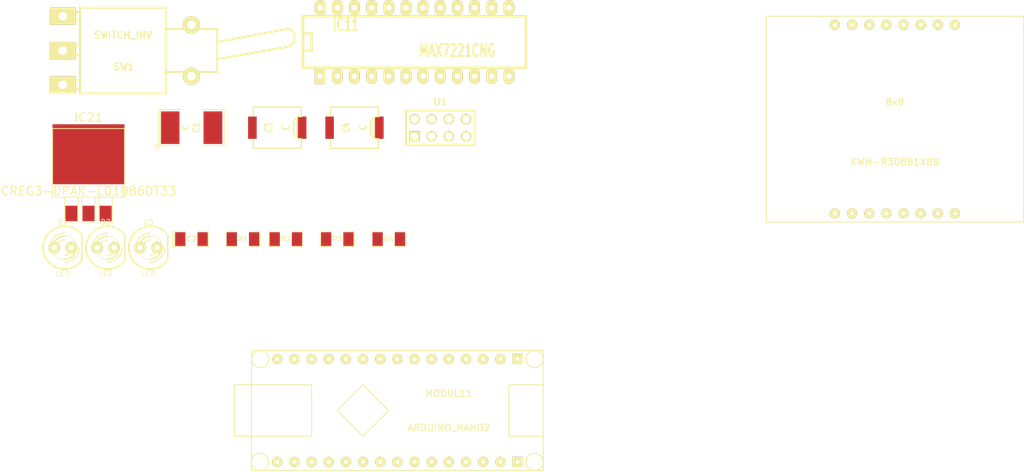
<source format=kicad_pcb>
(kicad_pcb (version 3) (host pcbnew "(2013-07-07 BZR 4022)-stable")

  (general
    (links 38)
    (no_connects 38)
    (area 0 0 0 0)
    (thickness 1.6)
    (drawings 0)
    (tracks 0)
    (zones 0)
    (modules 17)
    (nets 34)
  )

  (page A3)
  (layers
    (15 F.Cu signal)
    (0 B.Cu signal)
    (16 B.Adhes user)
    (17 F.Adhes user)
    (18 B.Paste user)
    (19 F.Paste user)
    (20 B.SilkS user)
    (21 F.SilkS user)
    (22 B.Mask user)
    (23 F.Mask user)
    (24 Dwgs.User user)
    (25 Cmts.User user)
    (26 Eco1.User user)
    (27 Eco2.User user)
    (28 Edge.Cuts user)
  )

  (setup
    (last_trace_width 0.254)
    (trace_clearance 0.254)
    (zone_clearance 0.508)
    (zone_45_only no)
    (trace_min 0.254)
    (segment_width 0.2)
    (edge_width 0.1)
    (via_size 0.889)
    (via_drill 0.635)
    (via_min_size 0.889)
    (via_min_drill 0.508)
    (uvia_size 0.508)
    (uvia_drill 0.127)
    (uvias_allowed no)
    (uvia_min_size 0.508)
    (uvia_min_drill 0.127)
    (pcb_text_width 0.3)
    (pcb_text_size 1.5 1.5)
    (mod_edge_width 0.15)
    (mod_text_size 1 1)
    (mod_text_width 0.15)
    (pad_size 1.5 1.5)
    (pad_drill 0.6)
    (pad_to_mask_clearance 0)
    (aux_axis_origin 0 0)
    (visible_elements 7FFFFFFF)
    (pcbplotparams
      (layerselection 3178497)
      (usegerberextensions true)
      (excludeedgelayer true)
      (linewidth 0.150000)
      (plotframeref false)
      (viasonmask false)
      (mode 1)
      (useauxorigin false)
      (hpglpennumber 1)
      (hpglpenspeed 20)
      (hpglpendiameter 15)
      (hpglpenoverlay 2)
      (psnegative false)
      (psa4output false)
      (plotreference true)
      (plotvalue true)
      (plotothertext true)
      (plotinvisibletext false)
      (padsonsilk false)
      (subtractmaskfromsilk false)
      (outputformat 1)
      (mirror false)
      (drillshape 1)
      (scaleselection 1)
      (outputdirectory ""))
  )

  (net 0 "")
  (net 1 +5V)
  (net 2 +BATT)
  (net 3 N-0000013)
  (net 4 N-0000014)
  (net 5 N-0000015)
  (net 6 N-0000016)
  (net 7 N-0000017)
  (net 8 N-0000018)
  (net 9 N-0000019)
  (net 10 N-000002)
  (net 11 N-0000020)
  (net 12 N-0000021)
  (net 13 N-0000022)
  (net 14 N-0000023)
  (net 15 N-0000024)
  (net 16 N-0000025)
  (net 17 N-0000026)
  (net 18 N-0000027)
  (net 19 N-0000029)
  (net 20 N-0000031)
  (net 21 N-0000039)
  (net 22 N-000004)
  (net 23 N-0000041)
  (net 24 N-0000044)
  (net 25 N-0000047)
  (net 26 N-0000048)
  (net 27 N-0000049)
  (net 28 N-000005)
  (net 29 N-0000050)
  (net 30 N-000007)
  (net 31 N-000008)
  (net 32 N-000009)
  (net 33 VCC)

  (net_class Default "This is the default net class."
    (clearance 0.254)
    (trace_width 0.254)
    (via_dia 0.889)
    (via_drill 0.635)
    (uvia_dia 0.508)
    (uvia_drill 0.127)
    (add_net "")
    (add_net +5V)
    (add_net +BATT)
    (add_net N-0000013)
    (add_net N-0000014)
    (add_net N-0000015)
    (add_net N-0000016)
    (add_net N-0000017)
    (add_net N-0000018)
    (add_net N-0000019)
    (add_net N-000002)
    (add_net N-0000020)
    (add_net N-0000021)
    (add_net N-0000022)
    (add_net N-0000023)
    (add_net N-0000024)
    (add_net N-0000025)
    (add_net N-0000026)
    (add_net N-0000027)
    (add_net N-0000029)
    (add_net N-0000031)
    (add_net N-0000039)
    (add_net N-000004)
    (add_net N-0000041)
    (add_net N-0000044)
    (add_net N-0000047)
    (add_net N-0000048)
    (add_net N-0000049)
    (add_net N-000005)
    (add_net N-0000050)
    (add_net N-000007)
    (add_net N-000008)
    (add_net N-000009)
    (add_net VCC)
  )

  (module SW_SPDT (layer F.Cu) (tedit 4480057B) (tstamp 5554BDA9)
    (at 85.09 63.5)
    (descr "Switch inverseur")
    (tags "SWITCH DEV")
    (path /5554428C)
    (fp_text reference SW1 (at 9.017 2.413 180) (layer F.SilkS)
      (effects (font (size 1.016 1.016) (thickness 0.2032)))
    )
    (fp_text value SWITCH_INV (at 8.89 -2.286 180) (layer F.SilkS)
      (effects (font (size 1.016 1.016) (thickness 0.2032)))
    )
    (fp_line (start -1.27 -5.715) (end -1.27 -5.08) (layer F.SilkS) (width 0.3048))
    (fp_line (start -1.27 -5.08) (end -1.27 -4.445) (layer F.SilkS) (width 0.3048))
    (fp_line (start -1.27 -4.445) (end 2.54 -4.445) (layer F.SilkS) (width 0.3048))
    (fp_line (start -1.27 -5.715) (end 2.54 -5.715) (layer F.SilkS) (width 0.3048))
    (fp_line (start 2.54 -0.635) (end -1.27 -0.635) (layer F.SilkS) (width 0.3048))
    (fp_line (start -1.27 -0.635) (end -1.27 0.635) (layer F.SilkS) (width 0.3048))
    (fp_line (start -1.27 0.635) (end 2.54 0.635) (layer F.SilkS) (width 0.3048))
    (fp_line (start 2.54 4.445) (end -1.27 4.445) (layer F.SilkS) (width 0.3048))
    (fp_line (start -1.27 4.445) (end -1.27 5.715) (layer F.SilkS) (width 0.3048))
    (fp_line (start -1.27 5.715) (end 2.54 5.715) (layer F.SilkS) (width 0.3048))
    (fp_line (start 2.54 -6.35) (end 2.54 6.35) (layer F.SilkS) (width 0.3048))
    (fp_line (start 2.54 6.35) (end 15.24 6.35) (layer F.SilkS) (width 0.3048))
    (fp_line (start 15.24 6.35) (end 15.24 -6.35) (layer F.SilkS) (width 0.3048))
    (fp_line (start 15.24 -6.35) (end 2.54 -6.35) (layer F.SilkS) (width 0.3048))
    (fp_line (start 15.24 -3.175) (end 22.86 -3.175) (layer F.SilkS) (width 0.3048))
    (fp_line (start 22.86 -3.175) (end 22.86 3.175) (layer F.SilkS) (width 0.3048))
    (fp_line (start 22.86 3.175) (end 15.24 3.175) (layer F.SilkS) (width 0.3048))
    (fp_line (start 22.86 -1.27) (end 33.02 -3.175) (layer F.SilkS) (width 0.3048))
    (fp_line (start 33.02 -3.175) (end 33.655 -3.175) (layer F.SilkS) (width 0.3048))
    (fp_line (start 33.655 -3.175) (end 34.29 -2.54) (layer F.SilkS) (width 0.3048))
    (fp_line (start 34.29 -2.54) (end 34.29 -1.905) (layer F.SilkS) (width 0.3048))
    (fp_line (start 34.29 -1.905) (end 34.29 -1.27) (layer F.SilkS) (width 0.3048))
    (fp_line (start 34.29 -1.27) (end 33.655 -0.635) (layer F.SilkS) (width 0.3048))
    (fp_line (start 33.655 -0.635) (end 22.86 1.27) (layer F.SilkS) (width 0.3048))
    (pad 2 thru_hole rect (at 0 0) (size 3.81 2.54) (drill 1.27)
      (layers *.Cu *.Mask F.SilkS)
      (net 2 +BATT)
    )
    (pad 1 thru_hole rect (at 0 -5.08) (size 3.81 2.54) (drill 1.27)
      (layers *.Cu *.Mask F.SilkS)
      (net 1 +5V)
    )
    (pad 3 thru_hole rect (at 0 5.08) (size 3.81 2.54) (drill 1.27)
      (layers *.Cu *.Mask F.SilkS)
    )
    (pad H1 thru_hole circle (at 19.05 -3.81) (size 2.54 2.54) (drill 1.27)
      (layers *.Cu *.Mask F.SilkS)
    )
    (pad H2 thru_hole circle (at 19.05 3.81) (size 2.54 2.54) (drill 1.27)
      (layers *.Cu *.Mask F.SilkS)
    )
  )

  (module SMD403 (layer F.Cu) (tedit 3DD3AEE0) (tstamp 5554BDBB)
    (at 116.84 74.93)
    (path /555440AD)
    (attr smd)
    (fp_text reference C3 (at -1.26492 0 90) (layer F.SilkS)
      (effects (font (size 1.016 0.762) (thickness 0.2032)))
    )
    (fp_text value C (at 1.27 0 90) (layer F.SilkS)
      (effects (font (size 1.016 0.762) (thickness 0.2032)))
    )
    (fp_line (start 2.921 -1.524) (end 2.921 1.524) (layer F.SilkS) (width 0.2032))
    (fp_line (start 3.556 -1.651) (end 3.556 -3.048) (layer F.SilkS) (width 0.2032))
    (fp_line (start 3.556 3.048) (end 3.556 1.651) (layer F.SilkS) (width 0.2032))
    (fp_line (start -3.556 3.048) (end -3.556 1.778) (layer F.SilkS) (width 0.2032))
    (fp_line (start -3.556 -3.048) (end -3.556 -1.778) (layer F.SilkS) (width 0.2032))
    (fp_line (start 3.556 1.651) (end 3.048 1.651) (layer F.SilkS) (width 0.2032))
    (fp_line (start 3.048 1.651) (end 2.413 1.016) (layer F.SilkS) (width 0.2032))
    (fp_line (start 2.413 1.016) (end 2.413 -1.016) (layer F.SilkS) (width 0.2032))
    (fp_line (start 3.556 -1.651) (end 3.048 -1.651) (layer F.SilkS) (width 0.2032))
    (fp_line (start 3.048 -1.651) (end 2.413 -1.016) (layer F.SilkS) (width 0.2032))
    (fp_line (start -3.556 -3.048) (end 3.556 -3.048) (layer F.SilkS) (width 0.2032))
    (fp_line (start 3.556 3.048) (end -3.556 3.048) (layer F.SilkS) (width 0.2032))
    (pad 1 smd rect (at -3.683 0) (size 1.27 3.302)
      (layers F.Cu F.Paste F.Mask)
      (net 1 +5V)
    )
    (pad 2 smd rect (at 3.683 0) (size 1.27 3.302)
      (layers F.Cu F.Paste F.Mask)
      (net 2 +BATT)
    )
    (model smd/chip_cms.wrl
      (at (xyz 0 0 0))
      (scale (xyz 0.3 0.3 0.3))
      (rotate (xyz 0 0 0))
    )
  )

  (module SMD403 (layer F.Cu) (tedit 3DD3AEE0) (tstamp 5554BDCD)
    (at 128.27 74.93)
    (path /555440BC)
    (attr smd)
    (fp_text reference C4 (at -1.26492 0 90) (layer F.SilkS)
      (effects (font (size 1.016 0.762) (thickness 0.2032)))
    )
    (fp_text value C (at 1.27 0 90) (layer F.SilkS)
      (effects (font (size 1.016 0.762) (thickness 0.2032)))
    )
    (fp_line (start 2.921 -1.524) (end 2.921 1.524) (layer F.SilkS) (width 0.2032))
    (fp_line (start 3.556 -1.651) (end 3.556 -3.048) (layer F.SilkS) (width 0.2032))
    (fp_line (start 3.556 3.048) (end 3.556 1.651) (layer F.SilkS) (width 0.2032))
    (fp_line (start -3.556 3.048) (end -3.556 1.778) (layer F.SilkS) (width 0.2032))
    (fp_line (start -3.556 -3.048) (end -3.556 -1.778) (layer F.SilkS) (width 0.2032))
    (fp_line (start 3.556 1.651) (end 3.048 1.651) (layer F.SilkS) (width 0.2032))
    (fp_line (start 3.048 1.651) (end 2.413 1.016) (layer F.SilkS) (width 0.2032))
    (fp_line (start 2.413 1.016) (end 2.413 -1.016) (layer F.SilkS) (width 0.2032))
    (fp_line (start 3.556 -1.651) (end 3.048 -1.651) (layer F.SilkS) (width 0.2032))
    (fp_line (start 3.048 -1.651) (end 2.413 -1.016) (layer F.SilkS) (width 0.2032))
    (fp_line (start -3.556 -3.048) (end 3.556 -3.048) (layer F.SilkS) (width 0.2032))
    (fp_line (start 3.556 3.048) (end -3.556 3.048) (layer F.SilkS) (width 0.2032))
    (pad 1 smd rect (at -3.683 0) (size 1.27 3.302)
      (layers F.Cu F.Paste F.Mask)
      (net 33 VCC)
    )
    (pad 2 smd rect (at 3.683 0) (size 1.27 3.302)
      (layers F.Cu F.Paste F.Mask)
      (net 2 +BATT)
    )
    (model smd/chip_cms.wrl
      (at (xyz 0 0 0))
      (scale (xyz 0.3 0.3 0.3))
      (rotate (xyz 0 0 0))
    )
  )

  (module SM2112L (layer F.Cu) (tedit 3D6A36A7) (tstamp 5554BDDB)
    (at 104.14 74.93)
    (path /55543CBF)
    (attr smd)
    (fp_text reference C1 (at 0.762 0 90) (layer F.SilkS)
      (effects (font (size 1.016 0.762) (thickness 0.2032)))
    )
    (fp_text value C (at -0.889 0 90) (layer F.SilkS)
      (effects (font (size 0.762 0.762) (thickness 0.2032)))
    )
    (fp_circle (center -5.08 2.794) (end -4.826 2.667) (layer F.SilkS) (width 0.127))
    (fp_line (start -4.572 -2.667) (end -4.572 2.667) (layer F.SilkS) (width 0.127))
    (fp_line (start -4.826 -2.667) (end -4.826 2.667) (layer F.SilkS) (width 0.127))
    (fp_line (start -1.524 2.667) (end -4.826 2.667) (layer F.SilkS) (width 0.127))
    (fp_line (start -1.524 -2.667) (end -4.826 -2.667) (layer F.SilkS) (width 0.127))
    (fp_line (start 1.524 -2.667) (end 4.826 -2.667) (layer F.SilkS) (width 0.127))
    (fp_line (start 4.826 -2.667) (end 4.826 2.667) (layer F.SilkS) (width 0.127))
    (fp_line (start 4.826 2.667) (end 1.524 2.667) (layer F.SilkS) (width 0.127))
    (pad 2 smd rect (at 3.175 0) (size 2.794 4.826)
      (layers F.Cu F.Paste F.Mask)
      (net 2 +BATT)
    )
    (pad 1 smd rect (at -3.175 0) (size 2.794 4.826)
      (layers F.Cu F.Paste F.Mask)
      (net 1 +5V)
    )
    (model smd/chip_cms.wrl
      (at (xyz 0 0 0))
      (scale (xyz 0.3 0.4 0.4))
      (rotate (xyz 0 0 0))
    )
  )

  (module SM1206POL (layer F.Cu) (tedit 42806E4C) (tstamp 5554BDEA)
    (at 104.14 91.44)
    (path /55543CE2)
    (attr smd)
    (fp_text reference C2 (at 0 0) (layer F.SilkS)
      (effects (font (size 0.762 0.762) (thickness 0.127)))
    )
    (fp_text value CAPAPOL (at 0 0) (layer F.SilkS) hide
      (effects (font (size 0.762 0.762) (thickness 0.127)))
    )
    (fp_line (start -2.54 -1.143) (end -2.794 -1.143) (layer F.SilkS) (width 0.127))
    (fp_line (start -2.794 -1.143) (end -2.794 1.143) (layer F.SilkS) (width 0.127))
    (fp_line (start -2.794 1.143) (end -2.54 1.143) (layer F.SilkS) (width 0.127))
    (fp_line (start -2.54 -1.143) (end -2.54 1.143) (layer F.SilkS) (width 0.127))
    (fp_line (start -2.54 1.143) (end -0.889 1.143) (layer F.SilkS) (width 0.127))
    (fp_line (start 0.889 -1.143) (end 2.54 -1.143) (layer F.SilkS) (width 0.127))
    (fp_line (start 2.54 -1.143) (end 2.54 1.143) (layer F.SilkS) (width 0.127))
    (fp_line (start 2.54 1.143) (end 0.889 1.143) (layer F.SilkS) (width 0.127))
    (fp_line (start -0.889 -1.143) (end -2.54 -1.143) (layer F.SilkS) (width 0.127))
    (pad 1 smd rect (at -1.651 0) (size 1.524 2.032)
      (layers F.Cu F.Paste F.Mask)
      (net 1 +5V)
    )
    (pad 2 smd rect (at 1.651 0) (size 1.524 2.032)
      (layers F.Cu F.Paste F.Mask)
      (net 2 +BATT)
    )
    (model smd/chip_cms_pol.wrl
      (at (xyz 0 0 0))
      (scale (xyz 0.17 0.16 0.16))
      (rotate (xyz 0 0 0))
    )
  )

  (module SM1206 (layer F.Cu) (tedit 42806E24) (tstamp 5554BDF6)
    (at 111.76 91.44)
    (path /55543CF1)
    (attr smd)
    (fp_text reference R1 (at 0 0) (layer F.SilkS)
      (effects (font (size 0.762 0.762) (thickness 0.127)))
    )
    (fp_text value R (at 0 0) (layer F.SilkS) hide
      (effects (font (size 0.762 0.762) (thickness 0.127)))
    )
    (fp_line (start -2.54 -1.143) (end -2.54 1.143) (layer F.SilkS) (width 0.127))
    (fp_line (start -2.54 1.143) (end -0.889 1.143) (layer F.SilkS) (width 0.127))
    (fp_line (start 0.889 -1.143) (end 2.54 -1.143) (layer F.SilkS) (width 0.127))
    (fp_line (start 2.54 -1.143) (end 2.54 1.143) (layer F.SilkS) (width 0.127))
    (fp_line (start 2.54 1.143) (end 0.889 1.143) (layer F.SilkS) (width 0.127))
    (fp_line (start -0.889 -1.143) (end -2.54 -1.143) (layer F.SilkS) (width 0.127))
    (pad 1 smd rect (at -1.651 0) (size 1.524 2.032)
      (layers F.Cu F.Paste F.Mask)
      (net 1 +5V)
    )
    (pad 2 smd rect (at 1.651 0) (size 1.524 2.032)
      (layers F.Cu F.Paste F.Mask)
      (net 21 N-0000039)
    )
    (model smd/chip_cms.wrl
      (at (xyz 0 0 0))
      (scale (xyz 0.17 0.16 0.16))
      (rotate (xyz 0 0 0))
    )
  )

  (module SM1206 (layer F.Cu) (tedit 42806E24) (tstamp 5554BE02)
    (at 118.11 91.44)
    (path /55543E64)
    (attr smd)
    (fp_text reference R2 (at 0 0) (layer F.SilkS)
      (effects (font (size 0.762 0.762) (thickness 0.127)))
    )
    (fp_text value R (at 0 0) (layer F.SilkS) hide
      (effects (font (size 0.762 0.762) (thickness 0.127)))
    )
    (fp_line (start -2.54 -1.143) (end -2.54 1.143) (layer F.SilkS) (width 0.127))
    (fp_line (start -2.54 1.143) (end -0.889 1.143) (layer F.SilkS) (width 0.127))
    (fp_line (start 0.889 -1.143) (end 2.54 -1.143) (layer F.SilkS) (width 0.127))
    (fp_line (start 2.54 -1.143) (end 2.54 1.143) (layer F.SilkS) (width 0.127))
    (fp_line (start 2.54 1.143) (end 0.889 1.143) (layer F.SilkS) (width 0.127))
    (fp_line (start -0.889 -1.143) (end -2.54 -1.143) (layer F.SilkS) (width 0.127))
    (pad 1 smd rect (at -1.651 0) (size 1.524 2.032)
      (layers F.Cu F.Paste F.Mask)
      (net 20 N-0000031)
    )
    (pad 2 smd rect (at 1.651 0) (size 1.524 2.032)
      (layers F.Cu F.Paste F.Mask)
      (net 25 N-0000047)
    )
    (model smd/chip_cms.wrl
      (at (xyz 0 0 0))
      (scale (xyz 0.17 0.16 0.16))
      (rotate (xyz 0 0 0))
    )
  )

  (module SM1206 (layer F.Cu) (tedit 42806E24) (tstamp 5554BE0E)
    (at 125.73 91.44)
    (path /55543E73)
    (attr smd)
    (fp_text reference R3 (at 0 0) (layer F.SilkS)
      (effects (font (size 0.762 0.762) (thickness 0.127)))
    )
    (fp_text value R (at 0 0) (layer F.SilkS) hide
      (effects (font (size 0.762 0.762) (thickness 0.127)))
    )
    (fp_line (start -2.54 -1.143) (end -2.54 1.143) (layer F.SilkS) (width 0.127))
    (fp_line (start -2.54 1.143) (end -0.889 1.143) (layer F.SilkS) (width 0.127))
    (fp_line (start 0.889 -1.143) (end 2.54 -1.143) (layer F.SilkS) (width 0.127))
    (fp_line (start 2.54 -1.143) (end 2.54 1.143) (layer F.SilkS) (width 0.127))
    (fp_line (start 2.54 1.143) (end 0.889 1.143) (layer F.SilkS) (width 0.127))
    (fp_line (start -0.889 -1.143) (end -2.54 -1.143) (layer F.SilkS) (width 0.127))
    (pad 1 smd rect (at -1.651 0) (size 1.524 2.032)
      (layers F.Cu F.Paste F.Mask)
      (net 19 N-0000029)
    )
    (pad 2 smd rect (at 1.651 0) (size 1.524 2.032)
      (layers F.Cu F.Paste F.Mask)
      (net 26 N-0000048)
    )
    (model smd/chip_cms.wrl
      (at (xyz 0 0 0))
      (scale (xyz 0.17 0.16 0.16))
      (rotate (xyz 0 0 0))
    )
  )

  (module SM1206 (layer F.Cu) (tedit 42806E24) (tstamp 5554BE1A)
    (at 133.35 91.44)
    (path /55543E82)
    (attr smd)
    (fp_text reference R4 (at 0 0) (layer F.SilkS)
      (effects (font (size 0.762 0.762) (thickness 0.127)))
    )
    (fp_text value R (at 0 0) (layer F.SilkS) hide
      (effects (font (size 0.762 0.762) (thickness 0.127)))
    )
    (fp_line (start -2.54 -1.143) (end -2.54 1.143) (layer F.SilkS) (width 0.127))
    (fp_line (start -2.54 1.143) (end -0.889 1.143) (layer F.SilkS) (width 0.127))
    (fp_line (start 0.889 -1.143) (end 2.54 -1.143) (layer F.SilkS) (width 0.127))
    (fp_line (start 2.54 -1.143) (end 2.54 1.143) (layer F.SilkS) (width 0.127))
    (fp_line (start 2.54 1.143) (end 0.889 1.143) (layer F.SilkS) (width 0.127))
    (fp_line (start -0.889 -1.143) (end -2.54 -1.143) (layer F.SilkS) (width 0.127))
    (pad 1 smd rect (at -1.651 0) (size 1.524 2.032)
      (layers F.Cu F.Paste F.Mask)
      (net 24 N-0000044)
    )
    (pad 2 smd rect (at 1.651 0) (size 1.524 2.032)
      (layers F.Cu F.Paste F.Mask)
      (net 27 N-0000049)
    )
    (model smd/chip_cms.wrl
      (at (xyz 0 0 0))
      (scale (xyz 0.17 0.16 0.16))
      (rotate (xyz 0 0 0))
    )
  )

  (module pin_array_4x2 (layer F.Cu) (tedit 3FAB90E6) (tstamp 5554BE2A)
    (at 140.97 74.93)
    (descr "Double rangee de contacts 2 x 4 pins")
    (tags CONN)
    (path /55544504)
    (fp_text reference U1 (at 0 -3.81) (layer F.SilkS)
      (effects (font (size 1.016 1.016) (thickness 0.2032)))
    )
    (fp_text value SV (at 0 3.81) (layer F.SilkS) hide
      (effects (font (size 1.016 1.016) (thickness 0.2032)))
    )
    (fp_line (start -5.08 -2.54) (end 5.08 -2.54) (layer F.SilkS) (width 0.3048))
    (fp_line (start 5.08 -2.54) (end 5.08 2.54) (layer F.SilkS) (width 0.3048))
    (fp_line (start 5.08 2.54) (end -5.08 2.54) (layer F.SilkS) (width 0.3048))
    (fp_line (start -5.08 2.54) (end -5.08 -2.54) (layer F.SilkS) (width 0.3048))
    (pad 1 thru_hole rect (at -3.81 1.27) (size 1.524 1.524) (drill 1.016)
      (layers *.Cu *.Mask F.SilkS)
      (net 2 +BATT)
    )
    (pad 2 thru_hole circle (at -3.81 -1.27) (size 1.524 1.524) (drill 1.016)
      (layers *.Cu *.Mask F.SilkS)
      (net 33 VCC)
    )
    (pad 3 thru_hole circle (at -1.27 1.27) (size 1.524 1.524) (drill 1.016)
      (layers *.Cu *.Mask F.SilkS)
      (net 32 N-000009)
    )
    (pad 4 thru_hole circle (at -1.27 -1.27) (size 1.524 1.524) (drill 1.016)
      (layers *.Cu *.Mask F.SilkS)
      (net 31 N-000008)
    )
    (pad 5 thru_hole circle (at 1.27 1.27) (size 1.524 1.524) (drill 1.016)
      (layers *.Cu *.Mask F.SilkS)
    )
    (pad 6 thru_hole circle (at 1.27 -1.27) (size 1.524 1.524) (drill 1.016)
      (layers *.Cu *.Mask F.SilkS)
    )
    (pad 7 thru_hole circle (at 3.81 1.27) (size 1.524 1.524) (drill 1.016)
      (layers *.Cu *.Mask F.SilkS)
      (net 10 N-000002)
    )
    (pad 8 thru_hole circle (at 3.81 -1.27) (size 1.524 1.524) (drill 1.016)
      (layers *.Cu *.Mask F.SilkS)
      (net 30 N-000007)
    )
    (model pin_array/pins_array_4x2.wrl
      (at (xyz 0 0 0))
      (scale (xyz 1 1 1))
      (rotate (xyz 0 0 0))
    )
  )

  (module LED-5MM (layer F.Cu) (tedit 50ADE86B) (tstamp 5554BE39)
    (at 85.09 92.71)
    (descr "LED 5mm - Lead pitch 100mil (2,54mm)")
    (tags "LED led 5mm 5MM 100mil 2,54mm")
    (path /55543F09)
    (fp_text reference D1 (at 0 -3.81) (layer F.SilkS)
      (effects (font (size 0.762 0.762) (thickness 0.0889)))
    )
    (fp_text value LED (at 0 3.81) (layer F.SilkS)
      (effects (font (size 0.762 0.762) (thickness 0.0889)))
    )
    (fp_line (start 2.8448 1.905) (end 2.8448 -1.905) (layer F.SilkS) (width 0.2032))
    (fp_circle (center 0.254 0) (end -1.016 1.27) (layer F.SilkS) (width 0.0762))
    (fp_arc (start 0.254 0) (end 2.794 1.905) (angle 286.2) (layer F.SilkS) (width 0.254))
    (fp_arc (start 0.254 0) (end -0.889 0) (angle 90) (layer F.SilkS) (width 0.1524))
    (fp_arc (start 0.254 0) (end 1.397 0) (angle 90) (layer F.SilkS) (width 0.1524))
    (fp_arc (start 0.254 0) (end -1.397 0) (angle 90) (layer F.SilkS) (width 0.1524))
    (fp_arc (start 0.254 0) (end 1.905 0) (angle 90) (layer F.SilkS) (width 0.1524))
    (fp_arc (start 0.254 0) (end -1.905 0) (angle 90) (layer F.SilkS) (width 0.1524))
    (fp_arc (start 0.254 0) (end 2.413 0) (angle 90) (layer F.SilkS) (width 0.1524))
    (pad 1 thru_hole circle (at -1.27 0) (size 1.6764 1.6764) (drill 0.8128)
      (layers *.Cu *.Mask F.SilkS)
      (net 27 N-0000049)
    )
    (pad 2 thru_hole circle (at 1.27 0) (size 1.6764 1.6764) (drill 0.8128)
      (layers *.Cu *.Mask F.SilkS)
      (net 2 +BATT)
    )
    (model discret/leds/led5_vertical_verde.wrl
      (at (xyz 0 0 0))
      (scale (xyz 1 1 1))
      (rotate (xyz 0 0 0))
    )
  )

  (module LED-5MM (layer F.Cu) (tedit 50ADE86B) (tstamp 5554BE48)
    (at 91.44 92.71)
    (descr "LED 5mm - Lead pitch 100mil (2,54mm)")
    (tags "LED led 5mm 5MM 100mil 2,54mm")
    (path /55543F18)
    (fp_text reference D2 (at 0 -3.81) (layer F.SilkS)
      (effects (font (size 0.762 0.762) (thickness 0.0889)))
    )
    (fp_text value LED (at 0 3.81) (layer F.SilkS)
      (effects (font (size 0.762 0.762) (thickness 0.0889)))
    )
    (fp_line (start 2.8448 1.905) (end 2.8448 -1.905) (layer F.SilkS) (width 0.2032))
    (fp_circle (center 0.254 0) (end -1.016 1.27) (layer F.SilkS) (width 0.0762))
    (fp_arc (start 0.254 0) (end 2.794 1.905) (angle 286.2) (layer F.SilkS) (width 0.254))
    (fp_arc (start 0.254 0) (end -0.889 0) (angle 90) (layer F.SilkS) (width 0.1524))
    (fp_arc (start 0.254 0) (end 1.397 0) (angle 90) (layer F.SilkS) (width 0.1524))
    (fp_arc (start 0.254 0) (end -1.397 0) (angle 90) (layer F.SilkS) (width 0.1524))
    (fp_arc (start 0.254 0) (end 1.905 0) (angle 90) (layer F.SilkS) (width 0.1524))
    (fp_arc (start 0.254 0) (end -1.905 0) (angle 90) (layer F.SilkS) (width 0.1524))
    (fp_arc (start 0.254 0) (end 2.413 0) (angle 90) (layer F.SilkS) (width 0.1524))
    (pad 1 thru_hole circle (at -1.27 0) (size 1.6764 1.6764) (drill 0.8128)
      (layers *.Cu *.Mask F.SilkS)
      (net 26 N-0000048)
    )
    (pad 2 thru_hole circle (at 1.27 0) (size 1.6764 1.6764) (drill 0.8128)
      (layers *.Cu *.Mask F.SilkS)
      (net 2 +BATT)
    )
    (model discret/leds/led5_vertical_verde.wrl
      (at (xyz 0 0 0))
      (scale (xyz 1 1 1))
      (rotate (xyz 0 0 0))
    )
  )

  (module LED-5MM (layer F.Cu) (tedit 50ADE86B) (tstamp 5554BE57)
    (at 97.79 92.71)
    (descr "LED 5mm - Lead pitch 100mil (2,54mm)")
    (tags "LED led 5mm 5MM 100mil 2,54mm")
    (path /55543F27)
    (fp_text reference D3 (at 0 -3.81) (layer F.SilkS)
      (effects (font (size 0.762 0.762) (thickness 0.0889)))
    )
    (fp_text value LED (at 0 3.81) (layer F.SilkS)
      (effects (font (size 0.762 0.762) (thickness 0.0889)))
    )
    (fp_line (start 2.8448 1.905) (end 2.8448 -1.905) (layer F.SilkS) (width 0.2032))
    (fp_circle (center 0.254 0) (end -1.016 1.27) (layer F.SilkS) (width 0.0762))
    (fp_arc (start 0.254 0) (end 2.794 1.905) (angle 286.2) (layer F.SilkS) (width 0.254))
    (fp_arc (start 0.254 0) (end -0.889 0) (angle 90) (layer F.SilkS) (width 0.1524))
    (fp_arc (start 0.254 0) (end 1.397 0) (angle 90) (layer F.SilkS) (width 0.1524))
    (fp_arc (start 0.254 0) (end -1.397 0) (angle 90) (layer F.SilkS) (width 0.1524))
    (fp_arc (start 0.254 0) (end 1.905 0) (angle 90) (layer F.SilkS) (width 0.1524))
    (fp_arc (start 0.254 0) (end -1.905 0) (angle 90) (layer F.SilkS) (width 0.1524))
    (fp_arc (start 0.254 0) (end 2.413 0) (angle 90) (layer F.SilkS) (width 0.1524))
    (pad 1 thru_hole circle (at -1.27 0) (size 1.6764 1.6764) (drill 0.8128)
      (layers *.Cu *.Mask F.SilkS)
      (net 25 N-0000047)
    )
    (pad 2 thru_hole circle (at 1.27 0) (size 1.6764 1.6764) (drill 0.8128)
      (layers *.Cu *.Mask F.SilkS)
      (net 2 +BATT)
    )
    (model discret/leds/led5_vertical_verde.wrl
      (at (xyz 0 0 0))
      (scale (xyz 1 1 1))
      (rotate (xyz 0 0 0))
    )
  )

  (module DPAK3 (layer F.Cu) (tedit 42808881) (tstamp 5554BE6C)
    (at 88.9 87.63)
    (tags "CMS DPACK")
    (path /55543CB0)
    (fp_text reference IC21 (at 0 -14.224) (layer F.SilkS)
      (effects (font (size 1.27 1.27) (thickness 0.1524)))
    )
    (fp_text value CREG3-DPAK-LD1086DT33 (at 0 -3.302) (layer F.SilkS)
      (effects (font (size 1.27 1.27) (thickness 0.1524)))
    )
    (fp_line (start 1.524 -2.413) (end 1.524 1.27) (layer F.SilkS) (width 0.127))
    (fp_line (start 1.524 1.27) (end 3.556 1.27) (layer F.SilkS) (width 0.127))
    (fp_line (start 3.556 1.27) (end 3.556 -2.413) (layer F.SilkS) (width 0.127))
    (fp_line (start -1.016 -2.413) (end -1.016 1.27) (layer F.SilkS) (width 0.127))
    (fp_line (start -1.016 1.27) (end 1.016 1.27) (layer F.SilkS) (width 0.127))
    (fp_line (start 1.016 1.27) (end 1.016 -2.413) (layer F.SilkS) (width 0.127))
    (fp_line (start -3.556 -2.413) (end -3.556 1.27) (layer F.SilkS) (width 0.127))
    (fp_line (start -3.556 1.27) (end -1.524 1.27) (layer F.SilkS) (width 0.127))
    (fp_line (start -1.524 1.27) (end -1.524 -2.413) (layer F.SilkS) (width 0.127))
    (fp_line (start -5.334 -2.413) (end 5.334 -2.413) (layer F.SilkS) (width 0.127))
    (fp_line (start 5.334 -2.413) (end 5.334 -12.573) (layer F.SilkS) (width 0.127))
    (fp_line (start 5.334 -12.573) (end -5.334 -12.573) (layer F.SilkS) (width 0.127))
    (fp_line (start -5.334 -12.573) (end -5.334 -2.413) (layer F.SilkS) (width 0.127))
    (pad 2 smd rect (at 0 -8.763) (size 10.668 8.89)
      (layers F.Cu F.Paste F.Mask)
    )
    (pad 2 smd rect (at 0 0) (size 1.778 2.286)
      (layers F.Cu F.Paste F.Mask)
    )
    (pad 1 smd rect (at -2.54 0) (size 1.778 2.286)
      (layers F.Cu F.Paste F.Mask)
      (net 1 +5V)
    )
    (pad 3 smd rect (at 2.54 0) (size 1.778 2.286)
      (layers F.Cu F.Paste F.Mask)
      (net 33 VCC)
    )
    (model smd/dpack_3.wrl
      (at (xyz 0 0 0))
      (scale (xyz 1 1 1))
      (rotate (xyz 0 0 0))
    )
  )

  (module DIP-24__400_ELL (layer F.Cu) (tedit 200000) (tstamp 5554BE8F)
    (at 137.16 62.23)
    (descr "24 pins DIL package, elliptical pads")
    (tags DIL)
    (path /55543C7E)
    (fp_text reference IC11 (at -10.16 -2.54) (layer F.SilkS)
      (effects (font (size 1.778 1.143) (thickness 0.3048)))
    )
    (fp_text value MAX7221CNG (at 6.35 1.27) (layer F.SilkS)
      (effects (font (size 1.778 1.143) (thickness 0.3048)))
    )
    (fp_line (start -16.51 -1.27) (end -15.24 -1.27) (layer F.SilkS) (width 0.381))
    (fp_line (start -15.24 -1.27) (end -15.24 1.27) (layer F.SilkS) (width 0.381))
    (fp_line (start -15.24 1.27) (end -16.51 1.27) (layer F.SilkS) (width 0.381))
    (fp_line (start -16.51 -3.81) (end 16.51 -3.81) (layer F.SilkS) (width 0.381))
    (fp_line (start 16.51 -3.81) (end 16.51 3.81) (layer F.SilkS) (width 0.381))
    (fp_line (start 16.51 3.81) (end -16.51 3.81) (layer F.SilkS) (width 0.381))
    (fp_line (start -16.51 3.81) (end -16.51 -3.81) (layer F.SilkS) (width 0.381))
    (pad 1 thru_hole rect (at -13.97 5.08) (size 1.5748 2.286) (drill 0.8128)
      (layers *.Cu *.Mask F.SilkS)
      (net 29 N-0000050)
    )
    (pad 2 thru_hole oval (at -11.43 5.08) (size 1.5748 2.286) (drill 0.8128)
      (layers *.Cu *.Mask F.SilkS)
      (net 28 N-000005)
    )
    (pad 3 thru_hole oval (at -8.89 5.08) (size 1.5748 2.286) (drill 0.8128)
      (layers *.Cu *.Mask F.SilkS)
      (net 8 N-0000018)
    )
    (pad 4 thru_hole oval (at -6.35 5.08) (size 1.5748 2.286) (drill 0.8128)
      (layers *.Cu *.Mask F.SilkS)
      (net 2 +BATT)
    )
    (pad 5 thru_hole oval (at -3.81 5.08) (size 1.5748 2.286) (drill 0.8128)
      (layers *.Cu *.Mask F.SilkS)
      (net 7 N-0000017)
    )
    (pad 6 thru_hole oval (at -1.27 5.08) (size 1.5748 2.286) (drill 0.8128)
      (layers *.Cu *.Mask F.SilkS)
      (net 15 N-0000024)
    )
    (pad 7 thru_hole oval (at 1.27 5.08) (size 1.5748 2.286) (drill 0.8128)
      (layers *.Cu *.Mask F.SilkS)
      (net 17 N-0000026)
    )
    (pad 8 thru_hole oval (at 3.81 5.08) (size 1.5748 2.286) (drill 0.8128)
      (layers *.Cu *.Mask F.SilkS)
      (net 4 N-0000014)
    )
    (pad 9 thru_hole oval (at 6.35 5.08) (size 1.5748 2.286) (drill 0.8128)
      (layers *.Cu *.Mask F.SilkS)
      (net 2 +BATT)
    )
    (pad 10 thru_hole oval (at 8.89 5.08) (size 1.5748 2.286) (drill 0.8128)
      (layers *.Cu *.Mask F.SilkS)
      (net 16 N-0000025)
    )
    (pad 11 thru_hole oval (at 11.43 5.08) (size 1.5748 2.286) (drill 0.8128)
      (layers *.Cu *.Mask F.SilkS)
      (net 22 N-000004)
    )
    (pad 12 thru_hole oval (at 13.97 5.08) (size 1.5748 2.286) (drill 0.8128)
      (layers *.Cu *.Mask F.SilkS)
      (net 23 N-0000041)
    )
    (pad 13 thru_hole oval (at 13.97 -5.08) (size 1.5748 2.286) (drill 0.8128)
      (layers *.Cu *.Mask F.SilkS)
      (net 18 N-0000027)
    )
    (pad 14 thru_hole oval (at 11.43 -5.08) (size 1.5748 2.286) (drill 0.8128)
      (layers *.Cu *.Mask F.SilkS)
      (net 6 N-0000016)
    )
    (pad 15 thru_hole oval (at 8.89 -5.08) (size 1.5748 2.286) (drill 0.8128)
      (layers *.Cu *.Mask F.SilkS)
      (net 9 N-0000019)
    )
    (pad 16 thru_hole oval (at 6.35 -5.08) (size 1.5748 2.286) (drill 0.8128)
      (layers *.Cu *.Mask F.SilkS)
      (net 5 N-0000015)
    )
    (pad 17 thru_hole oval (at 3.81 -5.08) (size 1.5748 2.286) (drill 0.8128)
      (layers *.Cu *.Mask F.SilkS)
      (net 14 N-0000023)
    )
    (pad 18 thru_hole oval (at 1.27 -5.08) (size 1.5748 2.286) (drill 0.8128)
      (layers *.Cu *.Mask F.SilkS)
      (net 21 N-0000039)
    )
    (pad 19 thru_hole oval (at -1.27 -5.08) (size 1.5748 2.286) (drill 0.8128)
      (layers *.Cu *.Mask F.SilkS)
      (net 1 +5V)
    )
    (pad 20 thru_hole oval (at -3.81 -5.08) (size 1.5748 2.286) (drill 0.8128)
      (layers *.Cu *.Mask F.SilkS)
      (net 13 N-0000022)
    )
    (pad 21 thru_hole oval (at -6.35 -5.08) (size 1.5748 2.286) (drill 0.8128)
      (layers *.Cu *.Mask F.SilkS)
      (net 3 N-0000013)
    )
    (pad 22 thru_hole oval (at -8.89 -5.08) (size 1.5748 2.286) (drill 0.8128)
      (layers *.Cu *.Mask F.SilkS)
      (net 11 N-0000020)
    )
    (pad 23 thru_hole oval (at -11.43 -5.08) (size 1.5748 2.286) (drill 0.8128)
      (layers *.Cu *.Mask F.SilkS)
      (net 12 N-0000021)
    )
    (pad 24 thru_hole oval (at -13.97 -5.08) (size 1.5748 2.286) (drill 0.8128)
      (layers *.Cu *.Mask F.SilkS)
    )
    (model dil/dil_24-w400.wrl
      (at (xyz 0 0 0))
      (scale (xyz 1 1 1))
      (rotate (xyz 0 0 0))
    )
  )

  (module KWM-R30881XBB (layer F.Cu) (tedit 5554E5CB) (tstamp 5555F0AA)
    (at 208.28 74.93)
    (path /55549965)
    (fp_text reference 8x8 (at 0 -3.81) (layer F.SilkS)
      (effects (font (size 1 1) (thickness 0.15)))
    )
    (fp_text value KWM-R30881XBB (at 0 5.08) (layer F.SilkS)
      (effects (font (size 1 1) (thickness 0.15)))
    )
    (fp_line (start -19.05 -16.51) (end 19.05 -16.51) (layer F.SilkS) (width 0.15))
    (fp_line (start 19.05 -16.51) (end 19.05 13.97) (layer F.SilkS) (width 0.15))
    (fp_line (start 19.05 13.97) (end -19.05 13.97) (layer F.SilkS) (width 0.15))
    (fp_line (start -19.05 13.97) (end -19.05 -16.51) (layer F.SilkS) (width 0.15))
    (pad 1 thru_hole circle (at -8.89 -15.24) (size 1.5 1.5) (drill 0.6)
      (layers *.Cu *.Mask F.SilkS)
      (net 8 N-0000018)
    )
    (pad 2 thru_hole circle (at -6.35 -15.24) (size 1.5 1.5) (drill 0.6)
      (layers *.Cu *.Mask F.SilkS)
      (net 7 N-0000017)
    )
    (pad 3 thru_hole circle (at -3.81 -15.24) (size 1.5 1.5) (drill 0.6)
      (layers *.Cu *.Mask F.SilkS)
      (net 6 N-0000016)
    )
    (pad 4 thru_hole circle (at -1.27 -15.24) (size 1.5 1.5) (drill 0.6)
      (layers *.Cu *.Mask F.SilkS)
      (net 5 N-0000015)
    )
    (pad 5 thru_hole circle (at 1.27 -15.24) (size 1.5 1.5) (drill 0.6)
      (layers *.Cu *.Mask F.SilkS)
      (net 4 N-0000014)
    )
    (pad 6 thru_hole circle (at 3.81 -15.24) (size 1.5 1.5) (drill 0.6)
      (layers *.Cu *.Mask F.SilkS)
      (net 12 N-0000021)
    )
    (pad 7 thru_hole circle (at 6.35 -15.24) (size 1.5 1.5) (drill 0.6)
      (layers *.Cu *.Mask F.SilkS)
      (net 16 N-0000025)
    )
    (pad 8 thru_hole circle (at 8.89 -15.24) (size 1.5 1.5) (drill 0.6)
      (layers *.Cu *.Mask F.SilkS)
      (net 15 N-0000024)
    )
    (pad 9 thru_hole circle (at 8.89 12.7) (size 1.5 1.5) (drill 0.6)
      (layers *.Cu *.Mask F.SilkS)
      (net 28 N-000005)
    )
    (pad 10 thru_hole circle (at 6.35 12.7) (size 1.5 1.5) (drill 0.6)
      (layers *.Cu *.Mask F.SilkS)
      (net 13 N-0000022)
    )
    (pad 11 thru_hole circle (at 3.81 12.7) (size 1.5 1.5) (drill 0.6)
      (layers *.Cu *.Mask F.SilkS)
      (net 3 N-0000013)
    )
    (pad 12 thru_hole circle (at 1.27 12.7) (size 1.5 1.5) (drill 0.6)
      (layers *.Cu *.Mask F.SilkS)
      (net 17 N-0000026)
    )
    (pad 13 thru_hole circle (at -1.27 12.7) (size 1.5 1.5) (drill 0.6)
      (layers *.Cu *.Mask F.SilkS)
      (net 11 N-0000020)
    )
    (pad 14 thru_hole circle (at -3.81 12.7) (size 1.5 1.5) (drill 0.6)
      (layers *.Cu *.Mask F.SilkS)
      (net 22 N-000004)
    )
    (pad 15 thru_hole circle (at -6.35 12.7) (size 1.5 1.5) (drill 0.6)
      (layers *.Cu *.Mask F.SilkS)
      (net 9 N-0000019)
    )
    (pad 16 thru_hole circle (at -8.89 12.7) (size 1.5 1.5) (drill 0.6)
      (layers *.Cu *.Mask F.SilkS)
      (net 14 N-0000023)
    )
  )

  (module ARDUINO_NANO2 (layer F.Cu) (tedit 5555E80B) (tstamp 55560ABF)
    (at 139.7 125.73)
    (path /55543C97)
    (fp_text reference MODUL11 (at 2.54 -11.43) (layer F.SilkS)
      (effects (font (size 1 1) (thickness 0.15)))
    )
    (fp_text value ARDUINO_NANO2 (at 2.54 -6.35) (layer F.SilkS)
      (effects (font (size 1 1) (thickness 0.15)))
    )
    (fp_line (start 16.51 -12.7) (end 11.43 -12.7) (layer F.SilkS) (width 0.15))
    (fp_line (start 11.43 -12.7) (end 11.43 -5.08) (layer F.SilkS) (width 0.15))
    (fp_line (start 11.43 -5.08) (end 16.51 -5.08) (layer F.SilkS) (width 0.15))
    (fp_line (start -13.97 -8.89) (end -10.16 -12.7) (layer F.SilkS) (width 0.15))
    (fp_line (start -10.16 -12.7) (end -6.35 -8.89) (layer F.SilkS) (width 0.15))
    (fp_line (start -6.35 -8.89) (end -10.16 -5.08) (layer F.SilkS) (width 0.15))
    (fp_line (start -10.16 -5.08) (end -13.97 -8.89) (layer F.SilkS) (width 0.15))
    (fp_line (start -29.21 -12.7) (end -17.78 -12.7) (layer F.SilkS) (width 0.15))
    (fp_line (start -17.78 -12.7) (end -17.78 -5.08) (layer F.SilkS) (width 0.15))
    (fp_line (start -17.78 -5.08) (end -29.21 -5.08) (layer F.SilkS) (width 0.15))
    (fp_line (start -29.21 -5.08) (end -29.21 -12.7) (layer F.SilkS) (width 0.15))
    (fp_circle (center -25.4 -16.51) (end -24.13 -16.51) (layer F.SilkS) (width 0.15))
    (fp_circle (center -25.4 -1.27) (end -24.13 -1.27) (layer F.SilkS) (width 0.15))
    (fp_circle (center 15.24 -1.27) (end 16.51 -1.27) (layer F.SilkS) (width 0.15))
    (fp_circle (center 15.24 -16.51) (end 16.51 -16.51) (layer F.SilkS) (width 0.15))
    (fp_line (start 16.51 -17.78) (end -26.67 -17.78) (layer F.SilkS) (width 0.15))
    (fp_line (start -26.67 -17.78) (end -26.67 0) (layer F.SilkS) (width 0.15))
    (fp_line (start -26.67 0) (end 16.51 0) (layer F.SilkS) (width 0.15))
    (fp_line (start 16.51 0) (end 16.51 -17.78) (layer F.SilkS) (width 0.15))
    (pad D12 thru_hole circle (at -22.86 -16.51) (size 1.5 1.5) (drill 0.6)
      (layers *.Cu *.Mask F.SilkS)
    )
    (pad D11 thru_hole circle (at -20.32 -16.51) (size 1.5 1.5) (drill 0.6)
      (layers *.Cu *.Mask F.SilkS)
    )
    (pad D10 thru_hole circle (at -17.78 -16.51) (size 1.5 1.5) (drill 0.6)
      (layers *.Cu *.Mask F.SilkS)
    )
    (pad D9 thru_hole circle (at -15.24 -16.51) (size 1.5 1.5) (drill 0.6)
      (layers *.Cu *.Mask F.SilkS)
    )
    (pad D8 thru_hole circle (at -12.7 -16.51) (size 1.5 1.5) (drill 0.6)
      (layers *.Cu *.Mask F.SilkS)
    )
    (pad D7 thru_hole circle (at -10.16 -16.51) (size 1.5 1.5) (drill 0.6)
      (layers *.Cu *.Mask F.SilkS)
    )
    (pad D6 thru_hole circle (at -7.62 -16.51) (size 1.5 1.5) (drill 0.6)
      (layers *.Cu *.Mask F.SilkS)
    )
    (pad D5 thru_hole circle (at -5.08 -16.51) (size 1.5 1.5) (drill 0.6)
      (layers *.Cu *.Mask F.SilkS)
    )
    (pad D4 thru_hole circle (at -2.54 -16.51) (size 1.5 1.5) (drill 0.6)
      (layers *.Cu *.Mask F.SilkS)
    )
    (pad D3 thru_hole circle (at 0 -16.51) (size 1.5 1.5) (drill 0.6)
      (layers *.Cu *.Mask F.SilkS)
    )
    (pad D2 thru_hole circle (at 2.54 -16.51) (size 1.5 1.5) (drill 0.6)
      (layers *.Cu *.Mask F.SilkS)
    )
    (pad GND thru_hole circle (at 5.08 -16.51) (size 1.5 1.5) (drill 0.6)
      (layers *.Cu *.Mask F.SilkS)
    )
    (pad RS thru_hole circle (at 7.62 -16.51) (size 1.5 1.5) (drill 0.6)
      (layers *.Cu *.Mask F.SilkS)
    )
    (pad TRX0 thru_hole circle (at 10.16 -16.51) (size 1.5 1.5) (drill 0.6)
      (layers *.Cu *.Mask F.SilkS)
    )
    (pad TRX1 thru_hole rect (at 12.7 -16.51) (size 1.5 1.5) (drill 0.6)
      (layers *.Cu *.Mask F.SilkS)
    )
    (pad VIN thru_hole rect (at 12.7 -1.27) (size 1.5 1.5) (drill 0.6)
      (layers *.Cu *.Mask F.SilkS)
    )
    (pad GND thru_hole circle (at 10.16 -1.27) (size 1.5 1.5) (drill 0.6)
      (layers *.Cu *.Mask F.SilkS)
    )
    (pad RST thru_hole circle (at 7.62 -1.27) (size 1.5 1.5) (drill 0.6)
      (layers *.Cu *.Mask F.SilkS)
    )
    (pad 5V thru_hole circle (at 5.08 -1.27) (size 1.5 1.5) (drill 0.6)
      (layers *.Cu *.Mask F.SilkS)
    )
    (pad A7 thru_hole circle (at 2.54 -1.27) (size 1.5 1.5) (drill 0.6)
      (layers *.Cu *.Mask F.SilkS)
    )
    (pad A6 thru_hole circle (at 0 -1.27) (size 1.5 1.5) (drill 0.6)
      (layers *.Cu *.Mask F.SilkS)
    )
    (pad A5 thru_hole circle (at -2.54 -1.27) (size 1.5 1.5) (drill 0.6)
      (layers *.Cu *.Mask F.SilkS)
    )
    (pad A4 thru_hole circle (at -5.08 -1.27) (size 1.5 1.5) (drill 0.6)
      (layers *.Cu *.Mask F.SilkS)
    )
    (pad A3 thru_hole circle (at -7.62 -1.27) (size 1.5 1.5) (drill 0.6)
      (layers *.Cu *.Mask F.SilkS)
    )
    (pad A2 thru_hole circle (at -10.16 -1.27) (size 1.5 1.5) (drill 0.6)
      (layers *.Cu *.Mask F.SilkS)
    )
    (pad A1 thru_hole circle (at -12.7 -1.27) (size 1.5 1.5) (drill 0.6)
      (layers *.Cu *.Mask F.SilkS)
    )
    (pad A0 thru_hole circle (at -15.24 -1.27) (size 1.5 1.5) (drill 0.6)
      (layers *.Cu *.Mask F.SilkS)
    )
    (pad REF thru_hole circle (at -17.78 -1.27) (size 1.5 1.5) (drill 0.6)
      (layers *.Cu *.Mask F.SilkS)
    )
    (pad 3V3 thru_hole circle (at -20.32 -1.27) (size 1.5 1.5) (drill 0.6)
      (layers *.Cu *.Mask F.SilkS)
    )
    (pad D13 thru_hole circle (at -22.86 -1.27) (size 1.5 1.5) (drill 0.6)
      (layers *.Cu *.Mask F.SilkS)
    )
  )

)

</source>
